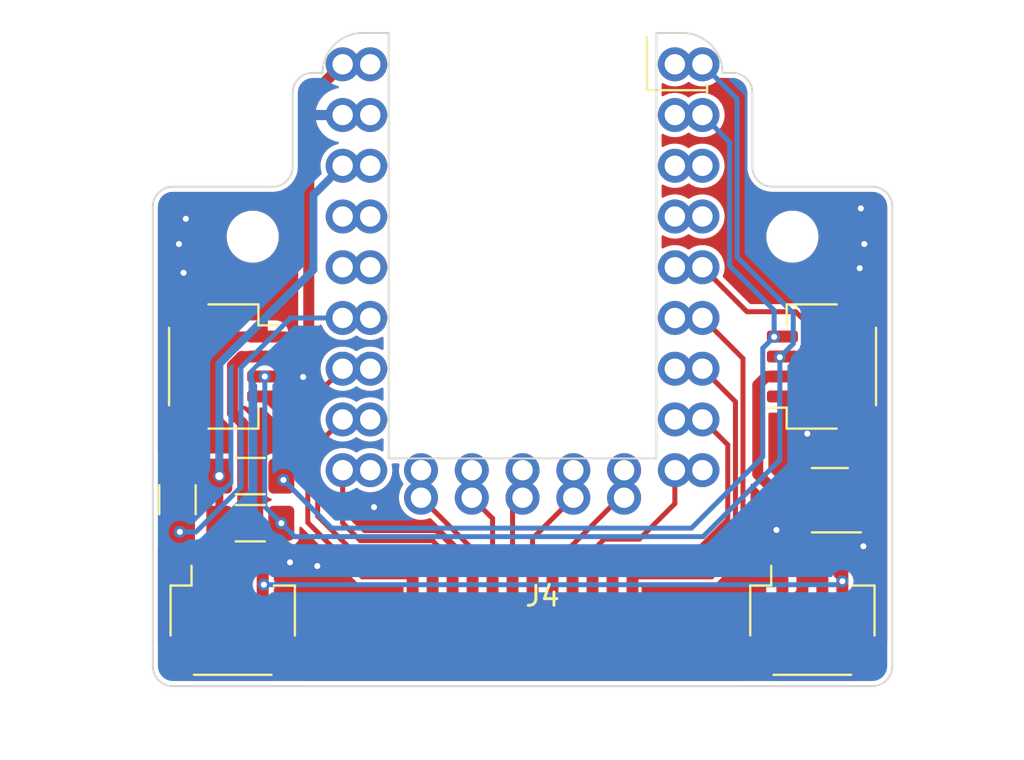
<source format=kicad_pcb>
(kicad_pcb (version 20211014) (generator pcbnew)
  (layers (0 "F.Cu" signal) (31 "B.Cu" signal) (34 "B.Paste" user) (35 "F.Paste" user) (36 "B.SilkS" user "B.Silkscreen") (37 "F.SilkS" user "F.Silkscreen") (38 "B.Mask" user) (39 "F.Mask" user) (44 "Edge.Cuts" user))
  (net 0 "")
  (net 5 "SCL")
  (net 6 "SDA")
  (net 7 "VCC")
  (net 8 "GND")
  (net 9 "RGB")
  (net 10 "GP1")
  (net 11 "GP2")
  (net 12 "GP3")
  (net 13 "GP4")
  (net 14 "GP5")
  (net 15 "GP6")
  (net 16 "GP7")
  (net 17 "GP8")
  (net 18 "GP9")
  (net 19 "GP12")
  (net 20 "GP11")
  (net 21 "GP10")
  (net 22 "+3V3")
  (net 23 "Handness")
  (net 24 "RGB_5v_2")
  (footprint "Connector_JST:JST_SH_SM04B-SRSS-TB_1x04-1MP_P1.00mm_Horizontal" (layer "F.Cu") (at 115 118 90)
    (fp_text reference "J2" hide)
    (fp_text value "Conn_01x04")
    (fp_line (start -1.94 2.685) (end 1.94 2.685) (layer "F.SilkS") (width 0.12))
    (fp_line (start 3.11 0.715) (end 3.11 -1.785) (layer "F.SilkS") (width 0.12))
    (fp_line (start -3.11 0.715) (end -3.11 -1.785) (layer "F.SilkS") (width 0.12))
    (fp_line (start -3.11 -1.785) (end -2.06 -1.785) (layer "F.SilkS") (width 0.12))
    (fp_line (start -2.06 -1.785) (end -2.06 -2.775) (layer "F.SilkS") (width 0.12))
    (fp_line (start 3.11 -1.785) (end 2.06 -1.785) (layer "F.SilkS") (width 0.12))
    (pad "1" smd roundrect (at -1.5 -2 90) (size 0.6 1.55) (layers "F.Cu" "F.Paste" "F.Mask") (net 8 "GND"))
    (pad "2" smd roundrect (at -0.5 -2 90) (size 0.6 1.55) (layers "F.Cu" "F.Paste" "F.Mask") (net 7 "VCC"))
    (pad "3" smd roundrect (at 0.5 -2 90) (size 0.6 1.55) (layers "F.Cu" "F.Paste" "F.Mask") (net 6 "SDA"))
    (pad "4" smd roundrect (at 1.5 -2 90) (size 0.6 1.55) (layers "F.Cu" "F.Paste" "F.Mask") (net 5 "SCL"))
    (pad "MP" smd roundrect (at 2.8 1.875 90) (size 1.2 1.8) (layers "F.Cu" "F.Paste" "F.Mask") (roundrect_rratio 0.2083333333))
    (pad "MP" smd roundrect (at -2.8 1.875 90) (size 1.2 1.8) (layers "F.Cu" "F.Paste" "F.Mask") (roundrect_rratio 0.2083333333))
  )
  (footprint "Resistor_SMD:R_1206_3216Metric_Pad1.30x1.75mm_HandSolder" (layer "F.Cu") (at 86.379 125.845)
    (fp_text reference "R2" hide)
    (fp_text value "R")
    (fp_line (start -0.727064 -0.91) (end 0.727064 -0.91) (layer "F.SilkS") (width 0.12))
    (fp_line (start -0.727064 0.91) (end 0.727064 0.91) (layer "F.SilkS") (width 0.12))
    (pad "1" smd roundrect (at -1.55 0) (size 1.3 1.75) (layers "F.Cu" "F.Paste" "F.Mask") (roundrect_rratio 0.1923076923) (net 22 "+3V3"))
    (pad "2" smd roundrect (at 1.55 0) (size 1.3 1.75) (layers "F.Cu" "F.Paste" "F.Mask") (roundrect_rratio 0.1923076923) (net 6 "SDA"))
  )
  (footprint "MountingHole:MountingHole_2.1mm" (layer "F.Cu") (at 86.5 111.5 90)
    (fp_text reference "H1" hide)
    (fp_text value "MountingHole" hide)
    (pad "" np_thru_hole circle (at 0 0 90) (size 2.1 2.1) (drill 2.1) (layers *.Cu *.Mask))
  )
  (footprint "Package_TO_SOT_SMD:SOT-23-5_HandSoldering" (layer "F.Cu") (at 115.374 124.693 180)
    (fp_text reference "U2" hide)
    (fp_text value "74AHCT1G125" hide)
    (fp_line (start 0.9 -1.61) (end -1.55 -1.61) (layer "F.SilkS") (width 0.12))
    (fp_line (start -0.9 1.61) (end 0.9 1.61) (layer "F.SilkS") (width 0.12))
    (pad "1" smd rect (at -1.35 -0.95 180) (size 1.56 0.65) (layers "F.Cu" "F.Paste" "F.Mask") (net 8 "GND"))
    (pad "2" smd rect (at -1.35 0 180) (size 1.56 0.65) (layers "F.Cu" "F.Paste" "F.Mask") (net 9 "RGB"))
    (pad "3" smd rect (at -1.35 0.95 180) (size 1.56 0.65) (layers "F.Cu" "F.Paste" "F.Mask") (net 8 "GND"))
    (pad "4" smd rect (at 1.35 0.95 180) (size 1.56 0.65) (layers "F.Cu" "F.Paste" "F.Mask") (net 24 "RGB_5v_2"))
    (pad "5" smd rect (at 1.35 -0.95 180) (size 1.56 0.65) (layers "F.Cu" "F.Paste" "F.Mask") (net 7 "VCC"))
  )
  (footprint "ergodash_controller:RPi_Pico_C" (layer "F.Cu") (at 100 127)
    (fp_text reference "U1" hide)
    (fp_text value "rp2040_zero")
    (fp_line (start 9.23 -23.1) (end 9.23 -22.7) (layer "F.SilkS") (width 0.12))
    (fp_line (start 9.23 -22.833) (end 6.223 -22.833) (layer "F.SilkS") (width 0.12))
    (fp_line (start 6.223 -22.833) (end 6.223 -25.5) (layer "F.SilkS") (width 0.12))
    (pad "0" thru_hole oval (at 9 -24.13) (size 1.7 1.7) (drill 1.02) (layers *.Cu *.Mask) (net 6 "SDA"))
    (pad "0" thru_hole oval (at 7.62 -24.13) (size 1.7 1.7) (drill 1.02) (layers *.Cu *.Mask) (net 6 "SDA"))
    (pad "1" thru_hole oval (at 7.62 -21.59) (size 1.7 1.7) (drill 1.02) (layers *.Cu *.Mask) (net 5 "SCL"))
    (pad "1" thru_hole oval (at 9 -21.59) (size 1.7 1.7) (drill 1.02) (layers *.Cu *.Mask) (net 5 "SCL"))
    (pad "2" thru_hole oval (at 7.62 -19.05) (size 1.7 1.7) (drill 1.02) (layers *.Cu *.Mask))
    (pad "2" thru_hole oval (at 9 -19.05) (size 1.7 1.7) (drill 1.02) (layers *.Cu *.Mask))
    (pad "3" thru_hole oval (at 9 -16.51) (size 1.7 1.7) (drill 1.02) (layers *.Cu *.Mask))
    (pad "3" thru_hole oval (at 7.62 -16.51) (size 1.7 1.7) (drill 1.02) (layers *.Cu *.Mask))
    (pad "3V3" thru_hole oval (at -9 -19.05) (size 1.7 1.7) (drill 1.02) (layers *.Cu *.Mask) (net 22 "+3V3"))
    (pad "3V3" thru_hole oval (at -7.62 -19.05) (size 1.7 1.7) (drill 1.02) (layers *.Cu *.Mask) (net 22 "+3V3"))
    (pad "4" thru_hole oval (at 7.62 -13.97) (size 1.7 1.7) (drill 1.02) (layers *.Cu *.Mask) (net 9 "RGB"))
    (pad "4" thru_hole oval (at 9 -13.97) (size 1.7 1.7) (drill 1.02) (layers *.Cu *.Mask) (net 9 "RGB"))
    (pad "5" thru_hole oval (at 9 -11.43) (size 1.7 1.7) (drill 1.02) (layers *.Cu *.Mask) (net 19 "GP12"))
    (pad "5" thru_hole oval (at 7.62 -11.43) (size 1.7 1.7) (drill 1.02) (layers *.Cu *.Mask) (net 19 "GP12"))
    (pad "5V" thru_hole oval (at -7.62 -24.13) (size 1.7 1.7) (drill 1.02) (layers *.Cu *.Mask) (net 7 "VCC"))
    (pad "5V" thru_hole oval (at -9 -24.13) (size 1.7 1.7) (drill 1.02) (layers *.Cu *.Mask) (net 7 "VCC"))
    (pad "6" thru_hole oval (at 9 -8.89) (size 1.7 1.7) (drill 1.02) (layers *.Cu *.Mask) (net 20 "GP11"))
    (pad "6" thru_hole oval (at 7.62 -8.89) (size 1.7 1.7) (drill 1.02) (layers *.Cu *.Mask) (net 20 "GP11"))
    (pad "7" thru_hole oval (at 7.62 -6.35) (size 1.7 1.7) (drill 1.02) (layers *.Cu *.Mask) (net 21 "GP10"))
    (pad "7" thru_hole oval (at 9 -6.35) (size 1.7 1.7) (drill 1.02) (layers *.Cu *.Mask) (net 21 "GP10"))
    (pad "8" thru_hole oval (at 9 -3.81) (size 1.7 1.7) (drill 1.02) (layers *.Cu *.Mask) (net 18 "GP9"))
    (pad "8" thru_hole oval (at 7.62 -3.81) (size 1.7 1.7) (drill 1.02) (layers *.Cu *.Mask) (net 18 "GP9"))
    (pad "9" thru_hole oval (at 5.08 -2.43) (size 1.7 1.7) (drill 1.02) (layers *.Cu *.Mask) (net 17 "GP8"))
    (pad "9" thru_hole oval (at 5.08 -3.81) (size 1.7 1.7) (drill 1.02) (layers *.Cu *.Mask) (net 17 "GP8"))
    (pad "10" thru_hole oval (at 2.54 -3.81) (size 1.7 1.7) (drill 1.02) (layers *.Cu *.Mask) (net 16 "GP7"))
    (pad "10" thru_hole oval (at 2.54 -2.43) (size 1.7 1.7) (drill 1.02) (layers *.Cu *.Mask) (net 16 "GP7"))
    (pad "11" thru_hole oval (at 0 -2.43) (size 1.7 1.7) (drill 1.02) (layers *.Cu *.Mask) (net 15 "GP6"))
    (pad "11" thru_hole oval (at 0 -3.81) (size 1.7 1.7) (drill 1.02) (layers *.Cu *.Mask) (net 15 "GP6"))
    (pad "12" thru_hole oval (at -2.54 -3.81) (size 1.7 1.7) (drill 1.02) (layers *.Cu *.Mask) (net 14 "GP5"))
    (pad "12" thru_hole oval (at -2.54 -2.43) (size 1.7 1.7) (drill 1.02) (layers *.Cu *.Mask) (net 14 "GP5"))
    (pad "13" thru_hole oval (at -5.08 -3.81) (size 1.7 1.7) (drill 1.02) (layers *.Cu *.Mask) (net 13 "GP4"))
    (pad "13" thru_hole oval (at -5.08 -2.43) (size 1.7 1.7) (drill 1.02) (layers *.Cu *.Mask) (net 13 "GP4"))
    (pad "14" thru_hole oval (at -9 -3.81) (size 1.7 1.7) (drill 1.02) (layers *.Cu *.Mask) (net 12 "GP3"))
    (pad "14" thru_hole oval (at -7.62 -3.81) (size 1.7 1.7) (drill 1.02) (layers *.Cu *.Mask) (net 12 "GP3"))
    (pad "15" thru_hole oval (at -9 -6.35) (size 1.7 1.7) (drill 1.02) (layers *.Cu *.Mask) (net 11 "GP2"))
    (pad "15" thru_hole oval (at -7.62 -6.35) (size 1.7 1.7) (drill 1.02) (layers *.Cu *.Mask) (net 11 "GP2"))
    (pad "26" thru_hole oval (at -7.62 -8.89) (size 1.7 1.7) (drill 1.02) (layers *.Cu *.Mask) (net 10 "GP1"))
    (pad "26" thru_hole oval (at -9 -8.89) (size 1.7 1.7) (drill 1.02) (layers *.Cu *.Mask) (net 10 "GP1"))
    (pad "27" thru_hole oval (at -9 -11.43) (size 1.7 1.7) (drill 1.02) (layers *.Cu *.Mask) (net 23 "Handness"))
    (pad "27" thru_hole oval (at -7.62 -11.43) (size 1.7 1.7) (drill 1.02) (layers *.Cu *.Mask) (net 23 "Handness"))
    (pad "28" thru_hole oval (at -7.62 -13.97) (size 1.7 1.7) (drill 1.02) (layers *.Cu *.Mask))
    (pad "28" thru_hole oval (at -9 -13.97) (size 1.7 1.7) (drill 1.02) (layers *.Cu *.Mask))
    (pad "29" thru_hole oval (at -7.62 -16.51) (size 1.7 1.7) (drill 1.02) (layers *.Cu *.Mask))
    (pad "29" thru_hole oval (at -9 -16.51) (size 1.7 1.7) (drill 1.02) (layers *.Cu *.Mask))
    (pad "GND" thru_hole oval (at -7.62 -21.59) (size 1.7 1.7) (drill 1.02) (layers *.Cu *.Mask) (net 8 "GND"))
    (pad "GND" thru_hole oval (at -9 -21.59) (size 1.7 1.7) (drill 1.02) (layers *.Cu *.Mask) (net 8 "GND"))
  )
  (footprint "MountingHole:MountingHole_2.1mm" (layer "F.Cu") (at 113.5 111.5 90)
    (fp_text reference "H2" hide)
    (fp_text value "MountingHole" hide)
    (pad "" np_thru_hole circle (at 0 0 90) (size 2.1 2.1) (drill 2.1) (layers *.Cu *.Mask))
  )
  (footprint "Resistor_SMD:R_1206_3216Metric_Pad1.30x1.75mm_HandSolder" (layer "F.Cu") (at 82.736 124.671 -90)
    (fp_text reference "R3" hide)
    (fp_text value "R")
    (fp_line (start -0.727064 0.91) (end 0.727064 0.91) (layer "F.SilkS") (width 0.12))
    (fp_line (start -0.727064 -0.91) (end 0.727064 -0.91) (layer "F.SilkS") (width 0.12))
    (pad "1" smd roundrect (at -1.55 0 270) (size 1.3 1.75) (layers "F.Cu" "F.Paste" "F.Mask") (roundrect_rratio 0.1923076923) (net 22 "+3V3"))
    (pad "2" smd roundrect (at 1.55 0 270) (size 1.3 1.75) (layers "F.Cu" "F.Paste" "F.Mask") (roundrect_rratio 0.1923076923) (net 23 "Handness"))
  )
  (footprint "Connector_JST:JST_SH_SM04B-SRSS-TB_1x04-1MP_P1.00mm_Horizontal" (layer "F.Cu") (at 85.5 130.75)
    (fp_text reference "J3" hide)
    (fp_text value "Conn_01x04" hide)
    (fp_line (start -3.11 0.715) (end -3.11 -1.785) (layer "F.SilkS") (width 0.12))
    (fp_line (start -1.94 2.685) (end 1.94 2.685) (layer "F.SilkS") (width 0.12))
    (fp_line (start -3.11 -1.785) (end -2.06 -1.785) (layer "F.SilkS") (width 0.12))
    (fp_line (start 3.11 0.715) (end 3.11 -1.785) (layer "F.SilkS") (width 0.12))
    (fp_line (start 3.11 -1.785) (end 2.06 -1.785) (layer "F.SilkS") (width 0.12))
    (fp_line (start -2.06 -1.785) (end -2.06 -2.775) (layer "F.SilkS") (width 0.12))
    (pad "1" smd roundrect (at -1.5 -2) (size 0.6 1.55) (layers "F.Cu" "F.Paste" "F.Mask") (net 8 "GND"))
    (pad "2" smd roundrect (at -0.5 -2) (size 0.6 1.55) (layers "F.Cu" "F.Paste" "F.Mask") (net 7 "VCC"))
    (pad "3" smd roundrect (at 0.5 -2) (size 0.6 1.55) (layers "F.Cu" "F.Paste" "F.Mask") (net 7 "VCC"))
    (pad "4" smd roundrect (at 1.5 -2) (size 0.6 1.55) (layers "F.Cu" "F.Paste" "F.Mask") (net 24 "RGB_5v_2"))
    (pad "MP" smd roundrect (at 2.8 1.875) (size 1.2 1.8) (layers "F.Cu" "F.Paste" "F.Mask") (roundrect_rratio 0.2083333333))
    (pad "MP" smd roundrect (at -2.8 1.875) (size 1.2 1.8) (layers "F.Cu" "F.Paste" "F.Mask") (roundrect_rratio 0.2083333333))
  )
  (footprint "Resistor_SMD:R_1206_3216Metric_Pad1.30x1.75mm_HandSolder" (layer "F.Cu") (at 86.379 123.487)
    (fp_text reference "R1" hide)
    (fp_text value "R")
    (fp_line (start -0.727064 -0.91) (end 0.727064 -0.91) (layer "F.SilkS") (width 0.12))
    (fp_line (start -0.727064 0.91) (end 0.727064 0.91) (layer "F.SilkS") (width 0.12))
    (pad "1" smd roundrect (at -1.55 0) (size 1.3 1.75) (layers "F.Cu" "F.Paste" "F.Mask") (roundrect_rratio 0.1923076923) (net 22 "+3V3"))
    (pad "2" smd roundrect (at 1.55 0) (size 1.3 1.75) (layers "F.Cu" "F.Paste" "F.Mask") (roundrect_rratio 0.1923076923) (net 5 "SCL"))
  )
  (footprint "ergodash_controller:CF50121D0R0-10-NH" (layer "F.Cu") (at 100 130)
    (fp_text reference "J4" (at 1 -0.5 unlocked) (layer "F.SilkS"))
    (fp_text value "Conn_01x12")
    (pad "1" smd roundrect (at -5.5 -1) (size 0.6 1.3) (layers "F.Cu" "F.Paste" "F.Mask") (net 10 "GP1"))
    (pad "2" smd roundrect (at -4.5 -1) (size 0.6 1.3) (layers "F.Cu" "F.Paste" "F.Mask") (net 11 "GP2"))
    (pad "3" smd roundrect (at -3.5 -1) (size 0.6 1.3) (layers "F.Cu" "F.Paste" "F.Mask") (net 12 "GP3"))
    (pad "4" smd roundrect (at -2.5 -1) (size 0.6 1.3) (layers "F.Cu" "F.Paste" "F.Mask") (net 13 "GP4"))
    (pad "5" smd roundrect (at -1.5 -1) (size 0.6 1.3) (layers "F.Cu" "F.Paste" "F.Mask") (net 14 "GP5"))
    (pad "6" smd roundrect (at -0.5 -1) (size 0.6 1.3) (layers "F.Cu" "F.Paste" "F.Mask") (net 15 "GP6"))
    (pad "7" smd roundrect (at 0.5 -1) (size 0.6 1.3) (layers "F.Cu" "F.Paste" "F.Mask") (net 16 "GP7"))
    (pad "8" smd roundrect (at 1.5 -1) (size 0.6 1.3) (layers "F.Cu" "F.Paste" "F.Mask") (net 17 "GP8"))
    (pad "9" smd roundrect (at 2.5 -1) (size 0.6 1.3) (layers "F.Cu" "F.Paste" "F.Mask") (net 18 "GP9"))
    (pad "10" smd roundrect (at 3.5 -1) (size 0.6 1.3) (layers "F.Cu" "F.Paste" "F.Mask") (net 21 "GP10"))
    (pad "11" smd roundrect (at 4.5 -1) (size 0.6 1.3) (layers "F.Cu" "F.Paste" "F.Mask") (net 20 "GP11"))
    (pad "12" smd roundrect (at 5.5 -1) (size 0.6 1.3) (layers "F.Cu" "F.Paste" "F.Mask") (net 19 "GP12"))
    (pad "MP" smd roundrect (at -8.1 2.25) (size 1 2) (layers "F.Cu" "F.Paste" "F.Mask"))
    (pad "MP" smd roundrect (at 8.1 2.25) (size 1 2) (layers "F.Cu" "F.Paste" "F.Mask"))
  )
  (footprint "Connector_JST:JST_SH_SM04B-SRSS-TB_1x04-1MP_P1.00mm_Horizontal" (layer "F.Cu") (at 85 118 -90)
    (fp_text reference "J5" hide)
    (fp_text value "Conn_01x04" hide)
    (fp_line (start -2.06 -1.785) (end -2.06 -2.775) (layer "F.SilkS") (width 0.12))
    (fp_line (start -1.94 2.685) (end 1.94 2.685) (layer "F.SilkS") (width 0.12))
    (fp_line (start 3.11 -1.785) (end 2.06 -1.785) (layer "F.SilkS") (width 0.12))
    (fp_line (start -3.11 0.715) (end -3.11 -1.785) (layer "F.SilkS") (width 0.12))
    (fp_line (start -3.11 -1.785) (end -2.06 -1.785) (layer "F.SilkS") (width 0.12))
    (fp_line (start 3.11 0.715) (end 3.11 -1.785) (layer "F.SilkS") (width 0.12))
    (pad "1" smd roundrect (at -1.5 -2 270) (size 0.6 1.55) (layers "F.Cu" "F.Paste" "F.Mask") (net 8 "GND"))
    (pad "2" smd roundrect (at -0.5 -2 270) (size 0.6 1.55) (layers "F.Cu" "F.Paste" "F.Mask") (net 7 "VCC"))
    (pad "3" smd roundrect (at 0.5 -2 270) (size 0.6 1.55) (layers "F.Cu" "F.Paste" "F.Mask") (net 6 "SDA"))
    (pad "4" smd roundrect (at 1.5 -2 270) (size 0.6 1.55) (layers "F.Cu" "F.Paste" "F.Mask") (net 5 "SCL"))
    (pad "MP" smd roundrect (at -2.8 1.875 270) (size 1.2 1.8) (layers "F.Cu" "F.Paste" "F.Mask") (roundrect_rratio 0.2083333333))
    (pad "MP" smd roundrect (at 2.8 1.875 270) (size 1.2 1.8) (layers "F.Cu" "F.Paste" "F.Mask") (roundrect_rratio 0.2083333333))
  )
  (footprint "Connector_JST:JST_SH_SM04B-SRSS-TB_1x04-1MP_P1.00mm_Horizontal" (layer "F.Cu") (at 114.5 130.75)
    (fp_text reference "J1" hide)
    (fp_text value "Conn_01x04")
    (fp_line (start 3.11 0.715) (end 3.11 -1.785) (layer "F.SilkS") (width 0.12))
    (fp_line (start -2.06 -1.785) (end -2.06 -2.775) (layer "F.SilkS") (width 0.12))
    (fp_line (start -1.94 2.685) (end 1.94 2.685) (layer "F.SilkS") (width 0.12))
    (fp_line (start 3.11 -1.785) (end 2.06 -1.785) (layer "F.SilkS") (width 0.12))
    (fp_line (start -3.11 0.715) (end -3.11 -1.785) (layer "F.SilkS") (width 0.12))
    (fp_line (start -3.11 -1.785) (end -2.06 -1.785) (layer "F.SilkS") (width 0.12))
    (pad "1" smd roundrect (at -1.5 -2) (size 0.6 1.55) (layers "F.Cu" "F.Paste" "F.Mask") (net 8 "GND"))
    (pad "2" smd roundrect (at -0.5 -2) (size 0.6 1.55) (layers "F.Cu" "F.Paste" "F.Mask") (net 7 "VCC"))
    (pad "3" smd roundrect (at 0.5 -2) (size 0.6 1.55) (layers "F.Cu" "F.Paste" "F.Mask") (net 7 "VCC"))
    (pad "4" smd roundrect (at 1.5 -2) (size 0.6 1.55) (layers "F.Cu" "F.Paste" "F.Mask") (net 24 "RGB_5v_2"))
    (pad "MP" smd roundrect (at -2.8 1.875) (size 1.2 1.8) (layers "F.Cu" "F.Paste" "F.Mask") (roundrect_rratio 0.2083333333))
    (pad "MP" smd roundrect (at 2.8 1.875) (size 1.2 1.8) (layers "F.Cu" "F.Paste" "F.Mask") (roundrect_rratio 0.2083333333))
  )
  (gr_arc (start 118.5 133) (mid 118.207107 133.707107) (end 117.5 134) (layer "Edge.Cuts") (width 0.1))
  (gr_line (start 111.5 108) (end 111.5 104.3) (layer "Edge.Cuts") (width 0.1))
  (gr_arc (start 88.5 108) (mid 88.207107 108.707107) (end 87.5 109) (layer "Edge.Cuts") (width 0.1))
  (gr_arc (start 112.5 109) (mid 111.792893 108.707107) (end 111.5 108) (layer "Edge.Cuts") (width 0.1))
  (gr_line (start 118.5 133) (end 118.5 110) (layer "Edge.Cuts") (width 0.1))
  (gr_line (start 88.5 108) (end 88.5 104.3) (layer "Edge.Cuts") (width 0.1))
  (gr_line (start 81.5 133) (end 81.5 110) (layer "Edge.Cuts") (width 0.1))
  (gr_arc (start 82.5 134) (mid 81.792893 133.707107) (end 81.5 133) (layer "Edge.Cuts") (width 0.1))
  (gr_line (start 92 101.3) (end 93.3 101.3) (layer "Edge.Cuts") (width 0.1))
  (gr_arc (start 108 101.3) (mid 109.414214 101.885786) (end 110 103.3) (layer "Edge.Cuts") (width 0.1))
  (gr_arc (start 117.5 109) (mid 118.207107 109.292893) (end 118.5 110) (layer "Edge.Cuts") (width 0.1))
  (gr_line (start 93.3 101.3) (end 93.3 122.6) (layer "Edge.Cuts") (width 0.1))
  (gr_line (start 93.3 122.6) (end 106.7 122.6) (layer "Edge.Cuts") (width 0.1))
  (gr_arc (start 88.5 104.3) (mid 88.792893 103.592893) (end 89.5 103.3) (layer "Edge.Cuts") (width 0.1))
  (gr_arc (start 81.5 110) (mid 81.792893 109.292893) (end 82.5 109) (layer "Edge.Cuts") (width 0.1))
  (gr_line (start 90 103.3) (end 89.5 103.3) (layer "Edge.Cuts") (width 0.1))
  (gr_line (start 87.5 109) (end 82.5 109) (layer "Edge.Cuts") (width 0.1))
  (gr_line (start 82.5 134) (end 117.5 134) (layer "Edge.Cuts") (width 0.1))
  (gr_line (start 117.5 109) (end 112.5 109) (layer "Edge.Cuts") (width 0.1))
  (gr_arc (start 110.5 103.3) (mid 111.207107 103.592893) (end 111.5 104.3) (layer "Edge.Cuts") (width 0.1))
  (gr_arc (start 90 103.3) (mid 90.585786 101.885786) (end 92 101.3) (layer "Edge.Cuts") (width 0.1))
  (gr_line (start 106.7 101.3) (end 106.7 122.6) (layer "Edge.Cuts") (width 0.1))
  (gr_line (start 106.7 101.3) (end 108 101.3) (layer "Edge.Cuts") (width 0.1))
  (gr_line (start 110 103.3) (end 110.5 103.3) (layer "Edge.Cuts") (width 0.1))
  (segment (start 87.929 123.487) (end 87.929 120.429) (width 0.25) (layer "F.Cu") (net 5))
  (segment (start 87.929 120.429) (end 87 119.5) (width 0.25) (layer "F.Cu") (net 5))
  (via (at 112.587 116.516) (size 0.6) (drill 0.3) (layers "F.Cu" "B.Cu") (net 5))
  (via (at 88.037 123.68) (size 0.6) (drill 0.3) (layers "F.Cu" "B.Cu") (net 5))
  (segment (start 112.587 115.188) (end 110.358 112.959) (width 0.25) (layer "B.Cu") (net 5))
  (segment (start 88.037 123.68) (end 90.448 126.091) (width 0.25) (layer "B.Cu") (net 5))
  (segment (start 112.018 122.522) (end 112.018 117.085) (width 0.25) (layer "B.Cu") (net 5))
  (segment (start 110.358 112.959) (end 110.358 106.768) (width 0.25) (layer "B.Cu") (net 5))
  (segment (start 110.358 106.768) (end 109 105.41) (width 0.25) (layer "B.Cu") (net 5))
  (segment (start 112.587 116.516) (end 112.587 115.188) (width 0.25) (layer "B.Cu") (net 5))
  (segment (start 112.018 117.085) (end 112.587 116.516) (width 0.25) (layer "B.Cu") (net 5))
  (segment (start 108.449 126.091) (end 112.018 122.522) (width 0.25) (layer "B.Cu") (net 5))
  (segment (start 90.448 126.091) (end 108.449 126.091) (width 0.25) (layer "B.Cu") (net 5))
  (via (at 112.871 117.534) (size 0.6) (drill 0.3) (layers "F.Cu" "B.Cu") (net 6))
  (via (at 87.104 118.5) (size 0.6) (drill 0.3) (layers "F.Cu" "B.Cu") (net 6))
  (via (at 87.929 125.845) (size 0.6) (drill 0.3) (layers "F.Cu" "B.Cu") (net 6))
  (segment (start 87.104 125.02) (end 87.929 125.845) (width 0.25) (layer "B.Cu") (net 6))
  (segment (start 110.73452 104.60452) (end 109 102.87) (width 0.25) (layer "B.Cu") (net 6))
  (segment (start 87.929 125.845) (end 88.602 126.518) (width 0.25) (layer "B.Cu") (net 6))
  (segment (start 88.602 126.518) (end 109.033 126.518) (width 0.25) (layer "B.Cu") (net 6))
  (segment (start 109.033 126.518) (end 112.871 122.68) (width 0.25) (layer "B.Cu") (net 6))
  (segment (start 87.104 118.5) (end 87.104 125.02) (width 0.25) (layer "B.Cu") (net 6))
  (segment (start 110.73452 112.52452) (end 110.73452 104.60452) (width 0.25) (layer "B.Cu") (net 6))
  (segment (start 113.542511 115.332511) (end 110.73452 112.52452) (width 0.25) (layer "B.Cu") (net 6))
  (segment (start 112.871 122.68) (end 112.871 117.534) (width 0.25) (layer "B.Cu") (net 6))
  (segment (start 112.871 117.534) (end 113.542511 116.862489) (width 0.25) (layer "B.Cu") (net 6))
  (segment (start 113.542511 116.862489) (end 113.542511 115.332511) (width 0.25) (layer "B.Cu") (net 6))
  (segment (start 114 128.75) (end 114 125.667) (width 0.55) (layer "F.Cu") (net 7))
  (segment (start 88.867927 117.5) (end 89.304 117.063927) (width 0.55) (layer "F.Cu") (net 7))
  (segment (start 86 129.63104) (end 86.74896 130.38) (width 0.55) (layer "F.Cu") (net 7))
  (segment (start 112.194 118.5) (end 113 118.5) (width 0.55) (layer "F.Cu") (net 7))
  (segment (start 111.769 123.388) (end 111.769 118.925) (width 0.55) (layer "F.Cu") (net 7))
  (segment (start 85.941 117.5) (end 88.867927 117.5) (width 0.55) (layer "F.Cu") (net 7))
  (segment (start 89.304 104.566) (end 91 102.87) (width 0.55) (layer "F.Cu") (net 7))
  (segment (start 114.024 125.643) (end 111.769 123.388) (width 0.55) (layer "F.Cu") (net 7))
  (segment (start 86 128.75) (end 86 129.63104) (width 0.55) (layer "F.Cu") (net 7))
  (segment (start 111.769 118.925) (end 112.194 118.5) (width 0.55) (layer "F.Cu") (net 7))
  (segment (start 89.304 117.063927) (end 89.304 104.566) (width 0.55) (layer "F.Cu") (net 7))
  (segment (start 86 128.75) (end 86 120.848) (width 0.55) (layer "F.Cu") (net 7))
  (segment (start 86.74896 130.38) (end 112.924967 130.38) (width 0.55) (layer "F.Cu") (net 7))
  (segment (start 85.494 120.342) (end 85.494 117.947) (width 0.55) (layer "F.Cu") (net 7))
  (segment (start 114 129.304967) (end 114 128.75) (width 0.55) (layer "F.Cu") (net 7))
  (segment (start 86 120.848) (end 85.494 120.342) (width 0.55) (layer "F.Cu") (net 7))
  (segment (start 115 128.75) (end 114 128.75) (width 0.55) (layer "F.Cu") (net 7))
  (segment (start 112.924967 130.38) (end 114 129.304967) (width 0.55) (layer "F.Cu") (net 7))
  (segment (start 86 128.745) (end 85 128.745) (width 0.55) (layer "F.Cu") (net 7))
  (segment (start 85.579 117.862) (end 85.941 117.5) (width 0.55) (layer "F.Cu") (net 7))
  (segment (start 85.494 117.947) (end 85.579 117.862) (width 0.55) (layer "F.Cu") (net 7))
  (segment (start 116.724 125.643) (end 116.724 126.673) (width 0.25) (layer "F.Cu") (net 8))
  (segment (start 116.724 126.673) (end 117.051 127) (width 0.25) (layer "F.Cu") (net 8))
  (via (at 112.704 126.184) (size 0.6) (drill 0.3) (layers "F.Cu" "B.Cu") (net 8))
  (via (at 82.809 111.869) (size 0.6) (drill 0.3) (layers "F.Cu" "B.Cu") (net 8))
  (via (at 88.366 127.803) (size 0.6) (drill 0.3) (layers "F.Cu" "B.Cu") (net 8))
  (via (at 83.154 110.604) (size 0.6) (drill 0.3) (layers "F.Cu" "B.Cu") (net 8))
  (via (at 92.568 125.04) (size 0.6) (drill 0.3) (layers "F.Cu" "B.Cu") (net 8))
  (via (at 116.925 110.086) (size 0.6) (drill 0.3) (layers "F.Cu" "B.Cu") (net 8))
  (via (at 116.868 113.078) (size 0.6) (drill 0.3) (layers "F.Cu" "B.Cu") (net 8))
  (via (at 83.039 113.308) (size 0.6) (drill 0.3) (layers "F.Cu" "B.Cu") (net 8))
  (via (at 117.051 127) (size 0.6) (drill 0.3) (layers "F.Cu" "B.Cu") (net 8))
  (via (at 114.246 121.362) (size 0.6) (drill 0.3) (layers "F.Cu" "B.Cu") (net 8))
  (via (at 117.098 111.869) (size 0.6) (drill 0.3) (layers "F.Cu" "B.Cu") (net 8))
  (via (at 89.732 127.989) (size 0.6) (drill 0.3) (layers "F.Cu" "B.Cu") (net 8))
  (via (at 89.023 118.524) (size 0.6) (drill 0.3) (layers "F.Cu" "B.Cu") (net 8))
  (segment (start 113.664 115.256) (end 111.226 115.256) (width 0.25) (layer "F.Cu") (net 9))
  (segment (start 115.085 124.084) (end 115.085 116.677) (width 0.25) (layer "F.Cu") (net 9))
  (segment (start 111.226 115.256) (end 109 113.03) (width 0.25) (layer "F.Cu") (net 9))
  (segment (start 116.724 124.693) (end 115.694 124.693) (width 0.25) (layer "F.Cu") (net 9))
  (segment (start 115.694 124.693) (end 115.085 124.084) (width 0.25) (layer "F.Cu") (net 9))
  (segment (start 115.085 116.677) (end 113.664 115.256) (width 0.25) (layer "F.Cu") (net 9))
  (segment (start 91.973 128.53) (end 94.5 128.53) (width 0.25) (layer "F.Cu") (net 10))
  (segment (start 89.255 119.855) (end 89.255 125.812) (width 0.25) (layer "F.Cu") (net 10))
  (segment (start 89.255 125.812) (end 91.973 128.53) (width 0.25) (layer "F.Cu") (net 10))
  (segment (start 91 118.11) (end 89.255 119.855) (width 0.25) (layer "F.Cu") (net 10))
  (segment (start 95.5 127.744) (end 95.5 128.53) (width 0.25) (layer "F.Cu") (net 11))
  (segment (start 91.7 127.441) (end 95.197 127.441) (width 0.25) (layer "F.Cu") (net 11))
  (segment (start 95.197 127.441) (end 95.5 127.744) (width 0.25) (layer "F.Cu") (net 11))
  (segment (start 89.75 125.491) (end 91.7 127.441) (width 0.25) (layer "F.Cu") (net 11))
  (segment (start 91 120.65) (end 89.75 121.9) (width 0.25) (layer "F.Cu") (net 11))
  (segment (start 89.75 121.9) (end 89.75 125.491) (width 0.25) (layer "F.Cu") (net 11))
  (segment (start 91.886 126.718) (end 91 125.832) (width 0.25) (layer "F.Cu") (net 12))
  (segment (start 96.5 127.718) (end 95.5 126.718) (width 0.25) (layer "F.Cu") (net 12))
  (segment (start 96.5 128.53) (end 96.5 127.718) (width 0.25) (layer "F.Cu") (net 12))
  (segment (start 91 125.832) (end 91 123.19) (width 0.25) (layer "F.Cu") (net 12))
  (segment (start 95.5 126.718) (end 91.886 126.718) (width 0.25) (layer "F.Cu") (net 12))
  (segment (start 97.5 128.53) (end 97.5 127.15) (width 0.25) (layer "F.Cu") (net 13))
  (segment (start 97.5 127.15) (end 94.92 124.57) (width 0.25) (layer "F.Cu") (net 13))
  (segment (start 98.5 128.53) (end 98.5 125.61) (width 0.25) (layer "F.Cu") (net 14))
  (segment (start 98.5 125.61) (end 97.46 124.57) (width 0.25) (layer "F.Cu") (net 14))
  (segment (start 97.46 124.57) (end 97.46 123.19) (width 0.25) (layer "B.Cu") (net 14))
  (segment (start 99.5 128.53) (end 99.5 125.07) (width 0.25) (layer "F.Cu") (net 15))
  (segment (start 100.5 128.53) (end 100.5 126.61) (width 0.25) (layer "F.Cu") (net 16))
  (segment (start 100.5 126.61) (end 102.54 124.57) (width 0.25) (layer "F.Cu") (net 16))
  (segment (start 101.5 128.53) (end 101.5 127.932) (width 0.25) (layer "F.Cu") (net 17))
  (segment (start 101.5 127.932) (end 104.862 124.57) (width 0.25) (layer "F.Cu") (net 17))
  (segment (start 102.5 128.23) (end 104.088 126.642) (width 0.25) (layer "F.Cu") (net 18))
  (segment (start 107.62 124.865) (end 107.62 123.19) (width 0.25) (layer "F.Cu") (net 18))
  (segment (start 104.088 126.642) (end 105.843 126.642) (width 0.25) (layer "F.Cu") (net 18))
  (segment (start 105.843 126.642) (end 107.62 124.865) (width 0.25) (layer "F.Cu") (net 18))
  (segment (start 102.5 128.53) (end 102.5 128.23) (width 0.25) (layer "F.Cu") (net 18))
  (segment (start 109.464 128.53) (end 105.5 128.53) (width 0.25) (layer "F.Cu") (net 19))
  (segment (start 111.028 126.966) (end 109.464 128.53) (width 0.25) (layer "F.Cu") (net 19))
  (segment (start 111.028 117.598) (end 111.028 126.966) (width 0.25) (layer "F.Cu") (net 19))
  (segment (start 109 115.57) (end 111.028 117.598) (width 0.25) (layer "F.Cu") (net 19))
  (segment (start 104.5 128.53) (end 104.5 128.251) (width 0.25) (layer "F.Cu") (net 20))
  (segment (start 109 118.11) (end 110.65148 119.76148) (width 0.25) (layer "F.Cu") (net 20))
  (segment (start 109.472 127.485) (end 110.65148 126.30552) (width 0.25) (layer "F.Cu") (net 20))
  (segment (start 105.266 127.485) (end 109.472 127.485) (width 0.25) (layer "F.Cu") (net 20))
  (segment (start 104.5 128.251) (end 105.266 127.485) (width 0.25) (layer "F.Cu") (net 20))
  (segment (start 110.65148 119.76148) (end 110.65148 126.30552) (width 0.25) (layer "F.Cu") (net 20))
  (segment (start 110.267 121.917) (end 109 120.65) (width 0.25) (layer "F.Cu") (net 21))
  (segment (start 103.5 128.23) (end 104.648 127.082) (width 0.25) (layer "F.Cu") (net 21))
  (segment (start 103.5 128.53) (end 103.5 128.23) (width 0.25) (layer "F.Cu") (net 21))
  (segment (start 110.267 125.672) (end 110.267 121.917) (width 0.25) (layer "F.Cu") (net 21))
  (segment (start 104.648 127.082) (end 108.857 127.082) (width 0.25) (layer "F.Cu") (net 21))
  (segment (start 108.857 127.082) (end 110.267 125.672) (width 0.25) (layer "F.Cu") (net 21))
  (segment (start 82.736 123.121) (end 84.463 123.121) (width 0.4) (layer "F.Cu") (net 22))
  (segment (start 84.829 125.845) (end 84.829 123.487) (width 0.4) (layer "F.Cu") (net 22))
  (via (at 84.829 123.487) (size 0.6) (drill 0.4) (layers "F.Cu" "B.Cu") (net 22))
  (segment (start 89.534 109.416) (end 89.534 113.158) (width 0.4) (layer "B.Cu") (net 22))
  (segment (start 84.829 117.863) (end 84.829 123.487) (width 0.4) (layer "B.Cu") (net 22))
  (segment (start 92.38 107.95) (end 91 107.95) (width 0.4) (layer "B.Cu") (net 22))
  (segment (start 91 107.95) (end 89.534 109.416) (width 0.4) (layer "B.Cu") (net 22))
  (segment (start 89.534 113.158) (end 84.829 117.863) (width 0.4) (layer "B.Cu") (net 22))
  (via (at 82.854 126.279) (size 0.6) (drill 0.3) (layers "F.Cu" "B.Cu") (net 23))
  (segment (start 88.401 115.57) (end 91 115.57) (width 0.25) (layer "B.Cu") (net 23))
  (segment (start 82.854 126.279) (end 83.666 126.279) (width 0.25) (layer "B.Cu") (net 23))
  (segment (start 83.666 126.279) (end 85.912 124.033) (width 0.25) (layer "B.Cu") (net 23))
  (segment (start 85.912 124.033) (end 85.912 118.059) (width 0.25) (layer "B.Cu") (net 23))
  (segment (start 85.912 118.059) (end 88.401 115.57) (width 0.25) (layer "B.Cu") (net 23))
  (segment (start 115.692489 128.442489) (end 115.692489 125.411489) (width 0.25) (layer "F.Cu") (net 24))
  (segment (start 116 128.75) (end 115.692489 128.442489) (width 0.25) (layer "F.Cu") (net 24))
  (segment (start 115.692489 125.411489) (end 114.024 123.743) (width 0.25) (layer "F.Cu") (net 24))
  (via (at 87.057 128.924) (size 0.6) (drill 0.3) (layers "F.Cu" "B.Cu") (net 24))
  (via (at 116 128.75) (size 0.6) (drill 0.3) (layers "F.Cu" "B.Cu") (net 24))
  (segment (start 87.057 128.924) (end 115.826 128.924) (width 0.25) (layer "B.Cu") (net 24))
  (segment (start 115.826 128.924) (end 116 128.75) (width 0.25) (layer "B.Cu") (net 24))
  (zone (net 8) (net_name "GND") (layers F&B.Cu) (connect_pads (clearance 0.254)) (min_thickness 0.127) (fill yes (thermal_gap 0.508) (thermal_bridge_width 0.508))
    (polygon (pts (xy 124.737 137.724) (xy 75.059 136.662) (xy 73.856 100.076) (xy 125.091 99.651)))
  )
)
</source>
